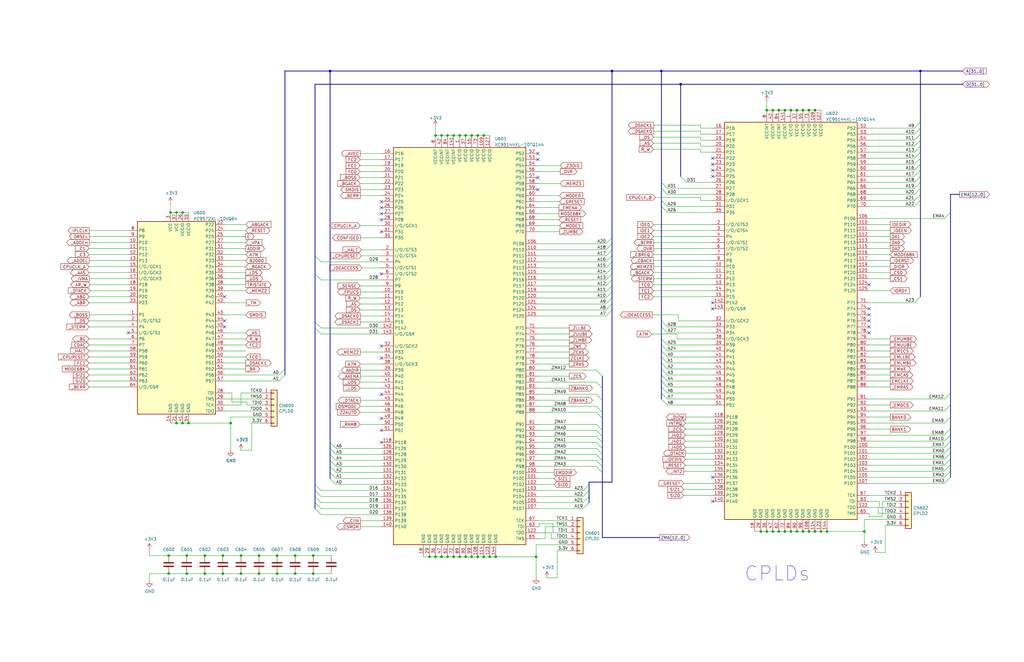
<source format=kicad_sch>
(kicad_sch (version 20211123) (generator eeschema)
  (paper "B")
  (title_block (title "Amiga N2630") (date "2023-01-23") (rev "3.0"))
  (junction (at 93.98 234.442))
  (junction (at 124.46 234.442))
  (junction (at 364.49 224.282))
  (junction (at 336.042 224.282))
  (junction (at 71.882 89.662))
  (junction (at 226.06 234.95))
  (junction (at 74.422 178.562))
  (junction (at 74.422 89.662))
  (junction (at 109.22 234.442))
  (junction (at 71.12 234.442))
  (junction (at 206.502 234.95))
  (junction (at 132.08 234.442))
  (junction (at 209.042 234.95))
  (junction (at 203.962 57.15))
  (junction (at 139.192 29.972))
  (junction (at 109.22 242.062))
  (junction (at 258.064 29.972))
  (junction (at 132.08 242.062))
  (junction (at 191.262 57.15))
  (junction (at 193.802 57.15))
  (junction (at 86.36 234.442))
  (junction (at 196.342 57.15))
  (junction (at 325.882 224.282))
  (junction (at 183.642 57.15))
  (junction (at 191.262 234.95))
  (junction (at 76.962 178.562))
  (junction (at 343.662 46.482))
  (junction (at 330.962 224.282))
  (junction (at 388.112 29.972))
  (junction (at 116.84 234.442))
  (junction (at 188.722 57.15))
  (junction (at 97.282 178.562))
  (junction (at 201.422 57.15))
  (junction (at 181.102 234.95))
  (junction (at 341.122 46.482))
  (junction (at 287.02 35.56))
  (junction (at 78.74 234.442))
  (junction (at 76.962 89.662))
  (junction (at 78.74 242.062))
  (junction (at 124.46 242.062))
  (junction (at 278.892 29.972))
  (junction (at 333.502 224.282))
  (junction (at 101.6 234.442))
  (junction (at 341.122 224.282))
  (junction (at 323.342 46.482))
  (junction (at 325.882 46.482))
  (junction (at 338.582 46.482))
  (junction (at 346.202 224.282))
  (junction (at 186.182 234.95))
  (junction (at 198.882 57.15))
  (junction (at 79.502 178.562))
  (junction (at 196.342 234.95))
  (junction (at 186.182 57.15))
  (junction (at 93.98 242.062))
  (junction (at 328.422 46.482))
  (junction (at 101.6 242.062))
  (junction (at 323.342 224.282))
  (junction (at 328.422 224.282))
  (junction (at 343.662 224.282))
  (junction (at 330.962 46.482))
  (junction (at 116.84 242.062))
  (junction (at 336.042 46.482))
  (junction (at 320.802 224.282))
  (junction (at 338.582 224.282))
  (junction (at 183.642 234.95))
  (junction (at 71.12 242.062))
  (junction (at 86.36 242.062))
  (junction (at 333.502 46.482))
  (junction (at 193.802 234.95))
  (junction (at 203.962 234.95))
  (junction (at 188.722 234.95))
  (junction (at 201.422 234.95))
  (junction (at 348.742 224.282))
  (junction (at 198.882 234.95))
  (no_connect (at 94.742 125.222))
  (no_connect (at 300.482 66.802))
  (no_connect (at 160.782 166.37))
  (no_connect (at 160.782 186.69))
  (no_connect (at 226.822 80.01))
  (no_connect (at 226.822 74.93))
  (no_connect (at 226.822 67.31))
  (no_connect (at 226.822 64.77))
  (no_connect (at 300.482 211.582))
  (no_connect (at 366.522 120.142))
  (no_connect (at 160.782 115.57))
  (no_connect (at 160.782 97.79))
  (no_connect (at 160.782 146.05))
  (no_connect (at 366.522 130.302))
  (no_connect (at 300.482 71.882))
  (no_connect (at 300.482 201.422))
  (no_connect (at 160.782 92.71))
  (no_connect (at 300.482 74.422))
  (no_connect (at 366.522 140.462))
  (no_connect (at 366.522 137.922))
  (no_connect (at 366.522 135.382))
  (no_connect (at 160.782 85.09))
  (no_connect (at 160.782 87.63))
  (no_connect (at 160.782 90.17))
  (no_connect (at 300.482 69.342))
  (no_connect (at 94.742 137.922))
  (no_connect (at 94.742 135.382))
  (no_connect (at 160.782 151.13))
  (no_connect (at 160.782 176.53))
  (no_connect (at 160.782 181.61))
  (no_connect (at 366.522 132.842))
  (no_connect (at 54.102 140.462))
  (no_connect (at 300.482 130.302))
  (no_connect (at 300.482 127.762))
  (bus_entry (at 281.432 137.922) (size -2.54 -2.54))
  (bus_entry (at 398.272 186.182) (size 2.54 -2.54))
  (bus_entry (at 398.018 183.642) (size 2.54 -2.54))
  (bus_entry (at 398.272 188.722) (size 2.54 -2.54))
  (bus_entry (at 398.272 173.482) (size 2.54 -2.54))
  (bus_entry (at 398.272 178.562) (size 2.54 -2.54))
  (bus_entry (at 255.524 107.95) (size 2.54 -2.54))
  (bus_entry (at 385.572 74.422) (size 2.54 -2.54))
  (bus_entry (at 385.572 61.722) (size 2.54 -2.54))
  (bus_entry (at 255.524 133.35) (size 2.54 -2.54))
  (bus_entry (at 385.572 54.102) (size 2.54 -2.54))
  (bus_entry (at 281.432 89.662) (size -2.54 -2.54))
  (bus_entry (at 281.432 79.502) (size -2.54 -2.54))
  (bus_entry (at 385.572 127.762) (size 2.54 -2.54))
  (bus_entry (at 385.572 79.502) (size 2.54 -2.54))
  (bus_entry (at 135.382 209.55) (size -2.54 -2.54))
  (bus_entry (at 281.432 165.862) (size -2.54 -2.54))
  (bus_entry (at 398.272 201.422) (size 2.54 -2.54))
  (bus_entry (at 398.272 193.802) (size 2.54 -2.54))
  (bus_entry (at 398.272 203.962) (size 2.54 -2.54))
  (bus_entry (at 398.272 92.202) (size 2.54 -2.54))
  (bus_entry (at 398.018 198.882) (size 2.54 -2.54))
  (bus_entry (at 398.272 196.342) (size 2.54 -2.54))
  (bus_entry (at 398.272 191.262) (size 2.54 -2.54))
  (bus_entry (at 251.46 156.21) (size 2.54 2.54))
  (bus_entry (at 135.382 207.01) (size -2.54 -2.54))
  (bus_entry (at 281.432 163.322) (size -2.54 -2.54))
  (bus_entry (at 281.432 150.622) (size -2.54 -2.54))
  (bus_entry (at 281.432 145.542) (size -2.54 -2.54))
  (bus_entry (at 141.732 204.47) (size -2.54 -2.54))
  (bus_entry (at 141.732 196.85) (size -2.54 -2.54))
  (bus_entry (at 141.732 194.31) (size -2.54 -2.54))
  (bus_entry (at 141.732 199.39) (size -2.54 -2.54))
  (bus_entry (at 141.732 201.93) (size -2.54 -2.54))
  (bus_entry (at 141.732 189.23) (size -2.54 -2.54))
  (bus_entry (at 141.732 191.77) (size -2.54 -2.54))
  (bus_entry (at 255.524 118.11) (size 2.54 -2.54))
  (bus_entry (at 255.524 128.27) (size 2.54 -2.54))
  (bus_entry (at 255.524 120.65) (size 2.54 -2.54))
  (bus_entry (at 255.524 123.19) (size 2.54 -2.54))
  (bus_entry (at 255.524 125.73) (size 2.54 -2.54))
  (bus_entry (at 255.524 130.81) (size 2.54 -2.54))
  (bus_entry (at 245.872 207.01) (size 2.54 -2.54))
  (bus_entry (at 245.872 214.63) (size 2.54 -2.54))
  (bus_entry (at 245.872 212.09) (size 2.54 -2.54))
  (bus_entry (at 255.524 115.57) (size 2.54 -2.54))
  (bus_entry (at 255.524 113.03) (size 2.54 -2.54))
  (bus_entry (at 245.872 209.55) (size 2.54 -2.54))
  (bus_entry (at 251.46 161.29) (size 2.54 2.54))
  (bus_entry (at 385.572 84.582) (size 2.54 -2.54))
  (bus_entry (at 385.572 69.342) (size 2.54 -2.54))
  (bus_entry (at 255.524 110.49) (size 2.54 -2.54))
  (bus_entry (at 385.572 82.042) (size 2.54 -2.54))
  (bus_entry (at 385.572 59.182) (size 2.54 -2.54))
  (bus_entry (at 281.432 170.942) (size -2.54 -2.54))
  (bus_entry (at 385.572 56.642) (size 2.54 -2.54))
  (bus_entry (at 281.432 155.702) (size -2.54 -2.54))
  (bus_entry (at 135.382 217.17) (size -2.54 -2.54))
  (bus_entry (at 281.432 168.402) (size -2.54 -2.54))
  (bus_entry (at 281.432 160.782) (size -2.54 -2.54))
  (bus_entry (at 117.602 158.242) (size 2.54 -2.54))
  (bus_entry (at 255.524 102.87) (size 2.54 -2.54))
  (bus_entry (at 385.572 71.882) (size 2.54 -2.54))
  (bus_entry (at 281.432 158.242) (size -2.54 -2.54))
  (bus_entry (at 398.272 168.402) (size 2.54 -2.54))
  (bus_entry (at 281.432 148.082) (size -2.54 -2.54))
  (bus_entry (at 385.572 64.262) (size 2.54 -2.54))
  (bus_entry (at 281.432 140.462) (size -2.54 -2.54))
  (bus_entry (at 385.572 87.122) (size 2.54 -2.54))
  (bus_entry (at 289.56 76.962) (size -2.54 -2.54))
  (bus_entry (at 385.572 66.802) (size 2.54 -2.54))
  (bus_entry (at 385.572 76.962) (size 2.54 -2.54))
  (bus_entry (at 255.524 105.41) (size 2.54 -2.54))
  (bus_entry (at 281.432 153.162) (size -2.54 -2.54))
  (bus_entry (at 135.382 212.09) (size -2.54 -2.54))
  (bus_entry (at 251.46 171.45) (size 2.54 2.54))
  (bus_entry (at 251.46 166.37) (size 2.54 2.54))
  (bus_entry (at 251.46 179.07) (size 2.54 2.54))
  (bus_entry (at 251.46 173.99) (size 2.54 2.54))
  (bus_entry (at 251.46 191.77) (size 2.54 2.54))
  (bus_entry (at 251.46 194.31) (size 2.54 2.54))
  (bus_entry (at 251.46 196.85) (size 2.54 2.54))
  (bus_entry (at 251.46 184.15) (size 2.54 2.54))
  (bus_entry (at 251.46 189.23) (size 2.54 2.54))
  (bus_entry (at 251.46 181.61) (size 2.54 2.54))
  (bus_entry (at 251.46 186.69) (size 2.54 2.54))
  (bus_entry (at 117.602 160.782) (size 2.54 -2.54))
  (bus_entry (at 281.432 87.122) (size -2.54 -2.54))
  (bus_entry (at 281.432 82.042) (size -2.54 -2.54))
  (bus_entry (at 135.382 110.49) (size -2.54 -2.54))
  (bus_entry (at 135.382 118.11) (size -2.54 -2.54))
  (bus_entry (at 135.382 140.97) (size -2.54 -2.54))
  (bus_entry (at 135.382 138.43) (size -2.54 -2.54))
  (bus_entry (at 135.382 214.63) (size -2.54 -2.54))
  (bus (pts (xy 278.892 79.502) (xy 278.892 84.582)))
  (wire (pts (xy 54.102 112.522) (xy 37.592 112.522)))
  (wire (pts (xy 366.522 173.482) (xy 398.272 173.482)))
  (wire (pts (xy 276.352 83.312) (xy 295.402 83.312)))
  (wire (pts (xy 183.642 234.95) (xy 186.182 234.95)))
  (wire (pts (xy 226.06 243.84) (xy 226.06 234.95)))
  (bus (pts (xy 254 163.83) (xy 254 168.91)))
  (wire (pts (xy 226.06 234.95) (xy 226.06 229.87)))
  (bus (pts (xy 258.064 120.65) (xy 258.064 118.11)))
  (bus (pts (xy 132.842 107.95) (xy 132.842 35.56)))
  (bus (pts (xy 258.064 115.57) (xy 258.064 113.03)))
  (bus (pts (xy 254 181.61) (xy 254 184.15)))
  (wire (pts (xy 203.962 234.95) (xy 206.502 234.95)))
  (wire (pts (xy 366.522 109.982) (xy 375.412 109.982)))
  (wire (pts (xy 288.29 203.962) (xy 300.482 203.962)))
  (wire (pts (xy 103.632 148.082) (xy 94.742 148.082)))
  (wire (pts (xy 181.102 234.95) (xy 183.642 234.95)))
  (wire (pts (xy 101.6 242.062) (xy 93.98 242.062)))
  (wire (pts (xy 239.522 222.25) (xy 229.87 222.25)))
  (bus (pts (xy 248.412 212.09) (xy 248.412 209.55)))
  (wire (pts (xy 300.482 165.862) (xy 281.432 165.862)))
  (wire (pts (xy 300.482 160.782) (xy 281.432 160.782)))
  (wire (pts (xy 54.102 109.982) (xy 37.592 109.982)))
  (wire (pts (xy 188.722 234.95) (xy 191.262 234.95)))
  (wire (pts (xy 151.892 222.25) (xy 160.782 222.25)))
  (wire (pts (xy 366.522 170.942) (xy 375.412 170.942)))
  (wire (pts (xy 372.11 217.932) (xy 366.522 217.932)))
  (wire (pts (xy 104.14 170.942) (xy 110.49 170.942)))
  (wire (pts (xy 135.382 214.63) (xy 160.782 214.63)))
  (wire (pts (xy 320.802 224.282) (xy 318.262 224.282)))
  (wire (pts (xy 286.004 135.382) (xy 286.004 132.842)))
  (wire (pts (xy 295.402 52.832) (xy 275.59 52.832)))
  (bus (pts (xy 139.192 194.31) (xy 139.192 196.85)))
  (wire (pts (xy 328.422 46.482) (xy 325.882 46.482)))
  (wire (pts (xy 385.572 71.882) (xy 366.522 71.882)))
  (bus (pts (xy 254 158.75) (xy 254 163.83)))
  (wire (pts (xy 281.432 150.622) (xy 300.482 150.622)))
  (wire (pts (xy 255.524 110.49) (xy 226.822 110.49)))
  (wire (pts (xy 245.872 214.63) (xy 226.822 214.63)))
  (wire (pts (xy 275.59 94.742) (xy 300.482 94.742)))
  (wire (pts (xy 364.49 224.282) (xy 364.49 219.202)))
  (wire (pts (xy 385.572 84.582) (xy 366.522 84.582)))
  (bus (pts (xy 132.842 212.09) (xy 132.842 214.63)))
  (wire (pts (xy 97.282 178.562) (xy 97.282 176.022)))
  (wire (pts (xy 54.102 122.682) (xy 38.1 122.682)))
  (wire (pts (xy 285.496 143.002) (xy 285.496 140.97)))
  (wire (pts (xy 295.402 60.452) (xy 295.402 61.722)))
  (bus (pts (xy 248.412 209.55) (xy 248.412 207.01)))
  (wire (pts (xy 71.882 85.852) (xy 71.882 89.662)))
  (wire (pts (xy 103.632 102.362) (xy 94.742 102.362)))
  (wire (pts (xy 135.382 207.01) (xy 160.782 207.01)))
  (wire (pts (xy 300.482 107.442) (xy 275.59 107.442)))
  (wire (pts (xy 226.822 97.79) (xy 235.966 97.79)))
  (wire (pts (xy 103.632 155.702) (xy 94.742 155.702)))
  (bus (pts (xy 132.842 138.684) (xy 132.842 204.47)))
  (wire (pts (xy 226.822 189.23) (xy 251.46 189.23)))
  (wire (pts (xy 191.262 57.15) (xy 188.722 57.15)))
  (wire (pts (xy 54.102 125.222) (xy 37.592 125.222)))
  (wire (pts (xy 289.052 193.802) (xy 300.482 193.802)))
  (wire (pts (xy 336.042 46.482) (xy 333.502 46.482)))
  (wire (pts (xy 300.482 209.042) (xy 288.29 209.042)))
  (wire (pts (xy 94.742 94.742) (xy 103.632 94.742)))
  (wire (pts (xy 385.572 127.762) (xy 366.522 127.762)))
  (wire (pts (xy 226.822 219.71) (xy 239.522 219.71)))
  (bus (pts (xy 258.064 102.87) (xy 258.064 100.33)))
  (wire (pts (xy 281.432 148.082) (xy 300.482 148.082)))
  (wire (pts (xy 226.822 92.71) (xy 235.712 92.71)))
  (wire (pts (xy 37.592 158.242) (xy 54.102 158.242)))
  (wire (pts (xy 281.432 89.662) (xy 300.482 89.662)))
  (wire (pts (xy 281.432 82.042) (xy 300.482 82.042)))
  (bus (pts (xy 254 191.77) (xy 254 194.31)))
  (bus (pts (xy 400.812 191.262) (xy 400.812 188.722)))
  (wire (pts (xy 226.822 194.31) (xy 251.46 194.31)))
  (wire (pts (xy 160.782 74.93) (xy 151.892 74.93)))
  (wire (pts (xy 103.632 122.682) (xy 94.742 122.682)))
  (wire (pts (xy 226.822 191.77) (xy 251.46 191.77)))
  (bus (pts (xy 258.064 118.11) (xy 258.064 115.57)))
  (bus (pts (xy 254 199.39) (xy 254 226.822)))
  (wire (pts (xy 300.482 186.182) (xy 289.052 186.182)))
  (wire (pts (xy 94.742 158.242) (xy 117.602 158.242)))
  (wire (pts (xy 300.482 112.522) (xy 275.59 112.522)))
  (wire (pts (xy 206.502 234.95) (xy 209.042 234.95)))
  (wire (pts (xy 366.522 176.022) (xy 375.412 176.022)))
  (wire (pts (xy 226.822 95.25) (xy 235.966 95.25)))
  (wire (pts (xy 196.342 234.95) (xy 198.882 234.95)))
  (wire (pts (xy 160.782 64.77) (xy 151.892 64.77)))
  (bus (pts (xy 388.112 64.262) (xy 388.112 66.802)))
  (bus (pts (xy 254 189.23) (xy 254 191.77)))
  (wire (pts (xy 160.782 77.47) (xy 151.892 77.47)))
  (wire (pts (xy 300.482 170.942) (xy 281.432 170.942)))
  (wire (pts (xy 141.732 196.85) (xy 160.782 196.85)))
  (wire (pts (xy 289.56 76.962) (xy 300.482 76.962)))
  (wire (pts (xy 94.742 109.982) (xy 103.632 109.982)))
  (wire (pts (xy 385.572 54.102) (xy 366.522 54.102)))
  (wire (pts (xy 160.782 173.99) (xy 151.892 173.99)))
  (wire (pts (xy 325.882 46.482) (xy 323.342 46.482)))
  (wire (pts (xy 196.342 57.15) (xy 193.802 57.15)))
  (wire (pts (xy 54.102 117.602) (xy 37.592 117.602)))
  (bus (pts (xy 400.812 176.022) (xy 400.812 170.942)))
  (bus (pts (xy 388.112 61.722) (xy 388.112 64.262)))
  (wire (pts (xy 366.522 145.542) (xy 375.412 145.542)))
  (wire (pts (xy 93.98 242.062) (xy 86.36 242.062)))
  (wire (pts (xy 300.482 183.642) (xy 289.052 183.642)))
  (wire (pts (xy 275.59 104.902) (xy 300.482 104.902)))
  (wire (pts (xy 103.632 150.622) (xy 94.742 150.622)))
  (wire (pts (xy 37.592 148.082) (xy 54.102 148.082)))
  (wire (pts (xy 226.822 199.39) (xy 233.68 199.39)))
  (wire (pts (xy 124.46 242.062) (xy 132.08 242.062)))
  (wire (pts (xy 341.122 224.282) (xy 338.582 224.282)))
  (wire (pts (xy 37.592 132.842) (xy 54.102 132.842)))
  (bus (pts (xy 400.812 89.662) (xy 400.812 82.042)))
  (wire (pts (xy 151.892 156.21) (xy 160.782 156.21)))
  (wire (pts (xy 151.892 123.19) (xy 160.782 123.19)))
  (wire (pts (xy 54.102 137.922) (xy 37.592 137.922)))
  (bus (pts (xy 254 194.31) (xy 254 196.85)))
  (wire (pts (xy 226.822 90.17) (xy 235.712 90.17)))
  (wire (pts (xy 37.592 104.902) (xy 54.102 104.902)))
  (wire (pts (xy 300.482 163.322) (xy 281.432 163.322)))
  (wire (pts (xy 281.432 87.122) (xy 300.482 87.122)))
  (bus (pts (xy 248.412 203.454) (xy 258.064 203.454)))
  (wire (pts (xy 209.042 234.95) (xy 226.06 234.95)))
  (bus (pts (xy 278.892 158.242) (xy 278.892 160.782)))
  (wire (pts (xy 135.382 217.17) (xy 160.782 217.17)))
  (wire (pts (xy 191.262 234.95) (xy 193.802 234.95)))
  (bus (pts (xy 258.064 113.03) (xy 258.064 110.49)))
  (wire (pts (xy 366.522 178.562) (xy 398.272 178.562)))
  (bus (pts (xy 278.892 153.162) (xy 278.892 155.702)))
  (wire (pts (xy 385.572 69.342) (xy 366.522 69.342)))
  (bus (pts (xy 120.142 29.972) (xy 139.192 29.972)))
  (wire (pts (xy 160.782 163.83) (xy 151.892 163.83)))
  (wire (pts (xy 375.412 122.682) (xy 366.522 122.682)))
  (bus (pts (xy 278.892 160.782) (xy 278.892 163.322)))
  (bus (pts (xy 254 176.53) (xy 254 181.61)))
  (bus (pts (xy 258.064 128.27) (xy 258.064 130.81)))
  (wire (pts (xy 151.892 125.73) (xy 160.782 125.73)))
  (wire (pts (xy 76.962 178.562) (xy 79.502 178.562)))
  (wire (pts (xy 151.892 158.75) (xy 160.782 158.75)))
  (wire (pts (xy 226.822 143.51) (xy 240.03 143.51)))
  (wire (pts (xy 234.95 243.84) (xy 230.632 243.84)))
  (wire (pts (xy 289.052 176.022) (xy 300.482 176.022)))
  (wire (pts (xy 103.632 140.462) (xy 94.742 140.462)))
  (wire (pts (xy 226.822 87.63) (xy 235.712 87.63)))
  (wire (pts (xy 255.524 102.87) (xy 226.822 102.87)))
  (wire (pts (xy 109.22 242.062) (xy 101.6 242.062)))
  (wire (pts (xy 141.732 191.77) (xy 160.782 191.77)))
  (wire (pts (xy 193.802 234.95) (xy 196.342 234.95)))
  (wire (pts (xy 79.502 178.562) (xy 97.282 178.562)))
  (wire (pts (xy 372.11 211.582) (xy 372.11 217.932)))
  (bus (pts (xy 388.112 66.802) (xy 388.112 69.342)))
  (bus (pts (xy 400.812 82.042) (xy 404.622 82.042)))
  (wire (pts (xy 366.522 163.322) (xy 375.412 163.322)))
  (wire (pts (xy 103.632 145.542) (xy 94.742 145.542)))
  (wire (pts (xy 300.482 117.602) (xy 275.59 117.602)))
  (wire (pts (xy 226.822 72.39) (xy 236.22 72.39)))
  (bus (pts (xy 278.892 145.542) (xy 278.892 148.082)))
  (bus (pts (xy 278.892 29.972) (xy 388.112 29.972)))
  (bus (pts (xy 278.892 165.862) (xy 278.892 168.402)))
  (bus (pts (xy 400.812 193.802) (xy 400.812 191.262)))
  (wire (pts (xy 135.382 138.43) (xy 160.782 138.43)))
  (wire (pts (xy 109.22 234.442) (xy 116.84 234.442)))
  (wire (pts (xy 151.892 120.65) (xy 160.782 120.65)))
  (wire (pts (xy 160.782 107.95) (xy 152.4 107.95)))
  (bus (pts (xy 258.064 130.81) (xy 258.064 203.454)))
  (wire (pts (xy 366.522 183.642) (xy 398.018 183.642)))
  (wire (pts (xy 141.732 189.23) (xy 160.782 189.23)))
  (wire (pts (xy 333.502 46.482) (xy 330.962 46.482)))
  (wire (pts (xy 226.822 153.67) (xy 240.03 153.67)))
  (wire (pts (xy 300.482 115.062) (xy 275.59 115.062)))
  (wire (pts (xy 160.782 95.25) (xy 151.892 95.25)))
  (wire (pts (xy 229.87 222.25) (xy 229.87 227.33)))
  (wire (pts (xy 233.172 220.98) (xy 227.33 220.98)))
  (bus (pts (xy 400.812 89.662) (xy 400.812 165.862)))
  (wire (pts (xy 116.84 242.062) (xy 124.46 242.062)))
  (wire (pts (xy 135.382 110.49) (xy 160.782 110.49)))
  (wire (pts (xy 54.102 107.442) (xy 37.592 107.442)))
  (wire (pts (xy 300.482 120.142) (xy 275.59 120.142)))
  (wire (pts (xy 86.36 234.442) (xy 78.74 234.442)))
  (bus (pts (xy 388.112 29.972) (xy 405.892 29.972)))
  (wire (pts (xy 226.822 77.47) (xy 236.22 77.47)))
  (wire (pts (xy 103.632 112.522) (xy 94.742 112.522)))
  (wire (pts (xy 97.282 189.992) (xy 97.282 178.562)))
  (wire (pts (xy 151.892 130.81) (xy 160.782 130.81)))
  (wire (pts (xy 232.41 227.33) (xy 239.522 227.33)))
  (wire (pts (xy 275.59 60.452) (xy 295.402 60.452)))
  (wire (pts (xy 338.582 224.282) (xy 336.042 224.282)))
  (wire (pts (xy 226.822 85.09) (xy 235.966 85.09)))
  (wire (pts (xy 101.6 165.862) (xy 101.6 170.942)))
  (wire (pts (xy 370.84 214.122) (xy 377.952 214.122)))
  (wire (pts (xy 97.79 165.862) (xy 97.79 169.672)))
  (wire (pts (xy 300.482 84.582) (xy 295.402 84.582)))
  (wire (pts (xy 226.822 82.55) (xy 235.966 82.55)))
  (wire (pts (xy 198.882 57.15) (xy 196.342 57.15)))
  (wire (pts (xy 226.822 179.07) (xy 251.46 179.07)))
  (wire (pts (xy 201.422 57.15) (xy 198.882 57.15)))
  (wire (pts (xy 109.22 242.062) (xy 116.84 242.062)))
  (wire (pts (xy 348.742 224.282) (xy 364.49 224.282)))
  (wire (pts (xy 275.59 99.822) (xy 300.482 99.822)))
  (wire (pts (xy 71.12 234.442) (xy 62.992 234.442)))
  (bus (pts (xy 139.192 191.77) (xy 139.192 194.31)))
  (wire (pts (xy 385.572 87.122) (xy 366.522 87.122)))
  (wire (pts (xy 198.882 234.95) (xy 201.422 234.95)))
  (wire (pts (xy 255.524 133.35) (xy 226.822 133.35)))
  (bus (pts (xy 400.812 188.722) (xy 400.812 186.182)))
  (bus (pts (xy 258.064 100.33) (xy 258.064 29.972)))
  (bus (pts (xy 388.112 56.642) (xy 388.112 59.182)))
  (wire (pts (xy 275.59 125.222) (xy 300.482 125.222)))
  (bus (pts (xy 139.192 186.69) (xy 139.192 189.23)))
  (wire (pts (xy 124.46 234.442) (xy 132.08 234.442)))
  (wire (pts (xy 141.732 199.39) (xy 160.782 199.39)))
  (wire (pts (xy 71.12 242.062) (xy 62.992 242.062)))
  (wire (pts (xy 370.332 214.122) (xy 370.332 216.662)))
  (wire (pts (xy 366.522 168.402) (xy 398.272 168.402)))
  (wire (pts (xy 203.962 57.15) (xy 201.422 57.15)))
  (wire (pts (xy 54.102 99.822) (xy 37.592 99.822)))
  (wire (pts (xy 233.172 224.79) (xy 233.172 220.98)))
  (bus (pts (xy 400.812 183.642) (xy 400.812 176.022)))
  (wire (pts (xy 366.522 112.522) (xy 375.412 112.522)))
  (wire (pts (xy 37.592 153.162) (xy 54.102 153.162)))
  (bus (pts (xy 278.892 163.322) (xy 278.892 165.862)))
  (wire (pts (xy 226.822 184.15) (xy 251.46 184.15)))
  (wire (pts (xy 366.522 203.962) (xy 398.272 203.962)))
  (wire (pts (xy 366.522 115.062) (xy 375.412 115.062)))
  (wire (pts (xy 385.572 64.262) (xy 366.522 64.262)))
  (wire (pts (xy 186.182 234.95) (xy 188.722 234.95)))
  (wire (pts (xy 323.342 224.282) (xy 320.802 224.282)))
  (wire (pts (xy 288.29 198.882) (xy 300.482 198.882)))
  (wire (pts (xy 226.822 140.97) (xy 240.03 140.97)))
  (wire (pts (xy 300.482 191.262) (xy 289.052 191.262)))
  (wire (pts (xy 377.952 221.742) (xy 373.38 221.742)))
  (bus (pts (xy 278.892 137.922) (xy 278.892 143.002)))
  (wire (pts (xy 366.522 143.002) (xy 375.412 143.002)))
  (wire (pts (xy 255.524 130.81) (xy 226.822 130.81)))
  (bus (pts (xy 258.064 107.95) (xy 258.064 105.41)))
  (wire (pts (xy 385.572 56.642) (xy 366.522 56.642)))
  (wire (pts (xy 323.342 42.672) (xy 323.342 46.482)))
  (wire (pts (xy 117.602 160.782) (xy 94.742 160.782)))
  (wire (pts (xy 132.08 234.442) (xy 139.7 234.442)))
  (wire (pts (xy 160.782 161.29) (xy 151.892 161.29)))
  (wire (pts (xy 300.482 56.642) (xy 295.402 56.642)))
  (bus (pts (xy 132.842 115.57) (xy 132.842 107.95)))
  (wire (pts (xy 226.822 204.47) (xy 233.68 204.47)))
  (wire (pts (xy 151.892 153.67) (xy 160.782 153.67)))
  (wire (pts (xy 54.102 127.762) (xy 37.592 127.762)))
  (bus (pts (xy 388.112 82.042) (xy 388.112 84.582)))
  (wire (pts (xy 289.052 196.342) (xy 300.482 196.342)))
  (wire (pts (xy 295.402 55.372) (xy 275.59 55.372)))
  (wire (pts (xy 97.79 169.672) (xy 104.14 169.672)))
  (wire (pts (xy 275.59 97.282) (xy 300.482 97.282)))
  (bus (pts (xy 400.812 186.182) (xy 400.812 183.642)))
  (wire (pts (xy 132.08 242.062) (xy 139.7 242.062)))
  (wire (pts (xy 295.402 64.262) (xy 295.402 62.992)))
  (bus (pts (xy 400.812 201.422) (xy 400.812 198.882)))
  (wire (pts (xy 366.522 117.602) (xy 375.412 117.602)))
  (wire (pts (xy 289.052 181.102) (xy 300.482 181.102)))
  (wire (pts (xy 366.522 211.582) (xy 370.84 211.582)))
  (wire (pts (xy 226.822 151.13) (xy 240.03 151.13)))
  (wire (pts (xy 54.102 120.142) (xy 38.1 120.142)))
  (wire (pts (xy 370.332 216.662) (xy 377.952 216.662)))
  (wire (pts (xy 226.822 158.75) (xy 240.03 158.75)))
  (wire (pts (xy 364.49 219.202) (xy 377.952 219.202)))
  (wire (pts (xy 255.524 105.41) (xy 226.822 105.41)))
  (wire (pts (xy 295.402 56.642) (xy 295.402 55.372)))
  (bus (pts (xy 258.064 29.972) (xy 278.892 29.972)))
  (wire (pts (xy 93.98 234.442) (xy 86.36 234.442)))
  (wire (pts (xy 281.432 153.162) (xy 300.482 153.162)))
  (wire (pts (xy 373.38 233.172) (xy 369.062 233.172)))
  (bus (pts (xy 132.842 135.89) (xy 132.842 115.57)))
  (wire (pts (xy 275.59 102.362) (xy 300.482 102.362)))
  (wire (pts (xy 227.33 222.25) (xy 226.822 222.25)))
  (wire (pts (xy 275.59 62.992) (xy 295.402 62.992)))
  (wire (pts (xy 151.892 67.31) (xy 160.782 67.31)))
  (bus (pts (xy 254 184.15) (xy 254 186.69)))
  (wire (pts (xy 366.522 198.882) (xy 398.018 198.882)))
  (wire (pts (xy 366.522 104.902) (xy 375.412 104.902)))
  (wire (pts (xy 160.782 80.01) (xy 151.892 80.01)))
  (wire (pts (xy 255.524 113.03) (xy 226.822 113.03)))
  (wire (pts (xy 366.522 150.622) (xy 375.412 150.622)))
  (bus (pts (xy 287.02 35.56) (xy 405.892 35.56)))
  (wire (pts (xy 288.29 206.502) (xy 300.482 206.502)))
  (wire (pts (xy 160.782 171.45) (xy 151.892 171.45)))
  (wire (pts (xy 151.892 128.27) (xy 160.782 128.27)))
  (wire (pts (xy 206.502 57.15) (xy 203.962 57.15)))
  (wire (pts (xy 160.782 179.07) (xy 151.892 179.07)))
  (wire (pts (xy 286.004 132.842) (xy 275.082 132.842)))
  (wire (pts (xy 255.524 115.57) (xy 226.822 115.57)))
  (wire (pts (xy 160.782 168.91) (xy 151.892 168.91)))
  (wire (pts (xy 37.592 150.622) (xy 54.102 150.622)))
  (wire (pts (xy 385.572 79.502) (xy 366.522 79.502)))
  (wire (pts (xy 37.592 160.782) (xy 54.102 160.782)))
  (wire (pts (xy 328.422 224.282) (xy 325.882 224.282)))
  (wire (pts (xy 366.522 153.162) (xy 375.412 153.162)))
  (wire (pts (xy 245.872 212.09) (xy 226.822 212.09)))
  (wire (pts (xy 54.102 135.382) (xy 37.592 135.382)))
  (wire (pts (xy 275.59 57.912) (xy 295.402 57.912)))
  (wire (pts (xy 160.782 72.39) (xy 151.892 72.39)))
  (wire (pts (xy 226.822 171.45) (xy 251.46 171.45)))
  (wire (pts (xy 37.592 145.542) (xy 54.102 145.542)))
  (wire (pts (xy 226.822 146.05) (xy 240.03 146.05)))
  (bus (pts (xy 400.812 170.942) (xy 400.812 165.862)))
  (bus (pts (xy 139.192 199.39) (xy 139.192 201.93)))
  (wire (pts (xy 364.49 228.6) (xy 364.49 224.282)))
  (wire (pts (xy 103.632 143.002) (xy 94.742 143.002)))
  (wire (pts (xy 377.952 211.582) (xy 372.11 211.582)))
  (bus (pts (xy 278.892 148.082) (xy 278.892 150.622)))
  (wire (pts (xy 94.742 97.282) (xy 103.632 97.282)))
  (bus (pts (xy 388.112 79.502) (xy 388.112 82.042)))
  (bus (pts (xy 120.142 158.242) (xy 120.142 155.702)))
  (bus (pts (xy 388.112 54.102) (xy 388.112 56.642)))
  (wire (pts (xy 226.822 181.61) (xy 251.46 181.61)))
  (wire (pts (xy 110.49 168.402) (xy 94.742 168.402)))
  (bus (pts (xy 132.842 35.56) (xy 287.02 35.56)))
  (wire (pts (xy 366.522 214.122) (xy 370.332 214.122)))
  (bus (pts (xy 254 226.822) (xy 278.13 226.822)))
  (bus (pts (xy 258.064 105.41) (xy 258.064 102.87)))
  (bus (pts (xy 120.142 155.702) (xy 120.142 29.972)))
  (wire (pts (xy 110.49 173.482) (xy 94.742 173.482)))
  (wire (pts (xy 160.782 204.47) (xy 141.732 204.47)))
  (wire (pts (xy 295.402 54.102) (xy 295.402 52.832)))
  (bus (pts (xy 139.192 196.85) (xy 139.192 199.39)))
  (bus (pts (xy 388.112 74.422) (xy 388.112 76.962)))
  (bus (pts (xy 388.112 69.342) (xy 388.112 71.882)))
  (wire (pts (xy 366.522 158.242) (xy 375.412 158.242)))
  (wire (pts (xy 109.22 234.442) (xy 101.6 234.442)))
  (wire (pts (xy 330.962 224.282) (xy 328.422 224.282)))
  (wire (pts (xy 274.828 140.97) (xy 285.496 140.97)))
  (bus (pts (xy 388.112 51.562) (xy 388.112 54.102)))
  (wire (pts (xy 385.572 76.962) (xy 366.522 76.962)))
  (wire (pts (xy 37.592 155.702) (xy 54.102 155.702)))
  (wire (pts (xy 79.502 89.662) (xy 76.962 89.662)))
  (bus (pts (xy 132.842 138.43) (xy 132.842 135.89)))
  (wire (pts (xy 366.522 193.802) (xy 398.272 193.802)))
  (bus (pts (xy 258.064 123.19) (xy 258.064 120.65)))
  (wire (pts (xy 346.202 46.482) (xy 343.662 46.482)))
  (wire (pts (xy 152.654 113.03) (xy 160.782 113.03)))
  (wire (pts (xy 74.422 178.562) (xy 76.962 178.562)))
  (wire (pts (xy 86.36 242.062) (xy 78.74 242.062)))
  (wire (pts (xy 106.172 189.992) (xy 101.6 189.992)))
  (bus (pts (xy 278.892 84.582) (xy 278.892 87.122)))
  (bus (pts (xy 278.892 155.702) (xy 278.892 158.242)))
  (bus (pts (xy 248.412 207.01) (xy 248.412 204.47)))
  (wire (pts (xy 226.822 156.21) (xy 251.46 156.21)))
  (wire (pts (xy 385.572 74.422) (xy 366.522 74.422)))
  (wire (pts (xy 74.422 89.662) (xy 71.882 89.662)))
  (wire (pts (xy 106.172 178.562) (xy 106.172 189.992)))
  (wire (pts (xy 135.382 209.55) (xy 160.782 209.55)))
  (bus (pts (xy 278.892 135.382) (xy 278.892 137.922)))
  (wire (pts (xy 101.6 170.942) (xy 94.742 170.942)))
  (wire (pts (xy 239.522 224.79) (xy 233.172 224.79)))
  (wire (pts (xy 300.482 158.242) (xy 281.432 158.242)))
  (wire (pts (xy 141.732 194.31) (xy 160.782 194.31)))
  (wire (pts (xy 78.74 234.442) (xy 71.12 234.442)))
  (wire (pts (xy 183.642 53.34) (xy 183.642 57.15)))
  (wire (pts (xy 375.412 99.822) (xy 366.522 99.822)))
  (bus (pts (xy 278.892 76.962) (xy 278.892 79.502)))
  (bus (pts (xy 388.112 71.882) (xy 388.112 74.422)))
  (wire (pts (xy 103.632 120.142) (xy 94.742 120.142)))
  (wire (pts (xy 232.41 224.79) (xy 232.41 227.33)))
  (wire (pts (xy 366.522 209.042) (xy 377.952 209.042)))
  (wire (pts (xy 135.382 140.97) (xy 160.782 140.97)))
  (wire (pts (xy 94.742 132.842) (xy 103.632 132.842)))
  (wire (pts (xy 366.522 107.442) (xy 375.412 107.442)))
  (wire (pts (xy 141.732 201.93) (xy 160.782 201.93)))
  (wire (pts (xy 152.4 105.41) (xy 160.782 105.41)))
  (wire (pts (xy 78.74 242.062) (xy 71.12 242.062)))
  (wire (pts (xy 300.482 143.002) (xy 285.496 143.002)))
  (wire (pts (xy 193.802 57.15) (xy 191.262 57.15)))
  (wire (pts (xy 300.482 135.382) (xy 286.004 135.382)))
  (bus (pts (xy 388.112 76.962) (xy 388.112 79.502)))
  (wire (pts (xy 366.522 97.282) (xy 375.412 97.282)))
  (bus (pts (xy 132.842 207.01) (xy 132.842 209.55)))
  (wire (pts (xy 300.482 64.262) (xy 295.402 64.262)))
  (wire (pts (xy 300.482 54.102) (xy 295.402 54.102)))
  (wire (pts (xy 295.402 57.912) (xy 295.402 59.182)))
  (wire (pts (xy 300.482 109.982) (xy 275.59 109.982)))
  (wire (pts (xy 227.33 220.98) (xy 227.33 222.25)))
  (wire (pts (xy 151.892 69.85) (xy 160.782 69.85)))
  (wire (pts (xy 151.892 133.35) (xy 160.782 133.35)))
  (wire (pts (xy 370.84 211.582) (xy 370.84 214.122)))
  (wire (pts (xy 281.432 137.922) (xy 300.482 137.922)))
  (bus (pts (xy 254 168.91) (xy 254 173.99)))
  (wire (pts (xy 325.882 224.282) (xy 323.342 224.282)))
  (bus (pts (xy 278.892 29.972) (xy 278.892 76.962)))
  (wire (pts (xy 343.662 46.482) (xy 341.122 46.482)))
  (wire (pts (xy 385.572 61.722) (xy 366.522 61.722)))
  (wire (pts (xy 366.522 181.102) (xy 375.412 181.102)))
  (bus (pts (xy 258.064 128.27) (xy 258.064 125.73)))
  (wire (pts (xy 330.962 46.482) (xy 328.422 46.482)))
  (bus (pts (xy 388.112 59.182) (xy 388.112 61.722)))
  (wire (pts (xy 338.582 46.482) (xy 336.042 46.482)))
  (wire (pts (xy 226.06 229.87) (xy 239.522 229.87)))
  (wire (pts (xy 54.102 115.062) (xy 37.592 115.062)))
  (wire (pts (xy 300.482 188.722) (xy 289.052 188.722)))
  (wire (pts (xy 289.052 178.562) (xy 300.482 178.562)))
  (wire (pts (xy 62.992 234.442) (xy 62.992 231.902)))
  (wire (pts (xy 97.282 176.022) (xy 110.49 176.022)))
  (bus (pts (xy 132.842 204.47) (xy 132.842 207.01)))
  (wire (pts (xy 186.182 57.15) (xy 183.642 57.15)))
  (bus (pts (xy 254 173.99) (xy 254 176.53)))
  (wire (pts (xy 245.872 207.01) (xy 226.822 207.01)))
  (wire (pts (xy 54.102 102.362) (xy 37.592 102.362)))
  (wire (pts (xy 226.822 224.79) (xy 232.41 224.79)))
  (wire (pts (xy 239.522 232.41) (xy 234.95 232.41)))
  (wire (pts (xy 103.632 153.162) (xy 94.742 153.162)))
  (wire (pts (xy 366.522 196.342) (xy 398.272 196.342)))
  (wire (pts (xy 348.742 224.282) (xy 346.202 224.282)))
  (wire (pts (xy 226.822 186.69) (xy 251.46 186.69)))
  (wire (pts (xy 226.822 196.85) (xy 251.46 196.85)))
  (bus (pts (xy 258.064 125.73) (xy 258.064 123.19)))
  (bus (pts (xy 278.892 150.622) (xy 278.892 153.162)))
  (wire (pts (xy 236.22 69.85) (xy 226.822 69.85)))
  (wire (pts (xy 234.95 232.41) (xy 234.95 243.84)))
  (wire (pts (xy 366.522 217.932) (xy 366.522 216.662)))
  (wire (pts (xy 333.502 224.282) (xy 330.962 224.282)))
  (wire (pts (xy 101.6 234.442) (xy 93.98 234.442)))
  (wire (pts (xy 103.632 117.602) (xy 94.742 117.602)))
  (bus (pts (xy 139.192 189.23) (xy 139.192 191.77)))
  (wire (pts (xy 366.522 148.082) (xy 375.412 148.082)))
  (wire (pts (xy 373.38 221.742) (xy 373.38 233.172)))
  (bus (pts (xy 254 186.69) (xy 254 189.23)))
  (wire (pts (xy 94.742 99.822) (xy 103.632 99.822)))
  (wire (pts (xy 341.122 46.482) (xy 338.582 46.482)))
  (wire (pts (xy 160.782 82.55) (xy 151.892 82.55)))
  (wire (pts (xy 226.822 163.83) (xy 240.03 163.83)))
  (bus (pts (xy 287.02 35.56) (xy 287.02 74.422)))
  (wire (pts (xy 104.14 169.672) (xy 104.14 170.942)))
  (wire (pts (xy 295.402 84.582) (xy 295.402 83.312)))
  (wire (pts (xy 255.524 123.19) (xy 226.822 123.19)))
  (wire (pts (xy 300.482 168.402) (xy 281.432 168.402)))
  (wire (pts (xy 281.432 79.502) (xy 300.482 79.502)))
  (wire (pts (xy 54.102 97.282) (xy 37.592 97.282)))
  (bus (pts (xy 278.892 143.002) (xy 278.892 145.542)))
  (wire (pts (xy 343.662 224.282) (xy 341.122 224.282)))
  (wire (pts (xy 366.522 160.782) (xy 375.412 160.782)))
  (wire (pts (xy 94.742 127.762) (xy 103.886 127.762)))
  (bus (pts (xy 139.192 29.972) (xy 258.064 29.972)))
  (wire (pts (xy 366.522 102.362) (xy 375.412 102.362)))
  (wire (pts (xy 226.822 107.95) (xy 255.524 107.95)))
  (wire (pts (xy 245.872 209.55) (xy 226.822 209.55)))
  (wire (pts (xy 94.742 104.902) (xy 103.632 104.902)))
  (bus (pts (xy 388.112 84.582) (xy 388.112 125.222)))
  (wire (pts (xy 226.822 201.93) (xy 233.68 201.93)))
  (wire (pts (xy 37.592 163.322) (xy 54.102 163.322)))
  (wire (pts (xy 76.962 89.662) (xy 74.422 89.662)))
  (wire (pts (xy 281.432 155.702) (xy 300.482 155.702)))
  (bus (pts (xy 139.192 29.972) (xy 139.192 186.69)))
  (wire (pts (xy 385.572 82.042) (xy 366.522 82.042)))
  (wire (pts (xy 229.87 227.33) (xy 226.822 227.33)))
  (wire (pts (xy 226.822 173.99) (xy 251.46 173.99)))
  (wire (pts (xy 116.84 234.442) (xy 124.46 234.442)))
  (wire (pts (xy 275.59 122.682) (xy 300.482 122.682)))
  (wire (pts (xy 255.524 118.11) (xy 226.822 118.11)))
  (wire (pts (xy 226.822 161.29) (xy 251.46 161.29)))
  (wire (pts (xy 110.49 165.862) (xy 101.6 165.862)))
  (wire (pts (xy 255.524 120.65) (xy 226.822 120.65)))
  (wire (pts (xy 366.522 201.422) (xy 398.272 201.422)))
  (bus (pts (xy 388.112 29.972) (xy 388.112 51.562)))
  (wire (pts (xy 336.042 224.282) (xy 333.502 224.282)))
  (wire (pts (xy 295.402 61.722) (xy 300.482 61.722)))
  (wire (pts (xy 94.742 107.442) (xy 103.632 107.442)))
  (wire (pts (xy 160.782 148.59) (xy 151.892 148.59)))
  (wire (pts (xy 94.742 165.862) (xy 97.79 165.862)))
  (wire (pts (xy 295.402 59.182) (xy 300.482 59.182)))
  (wire (pts (xy 385.572 66.802) (xy 366.522 66.802)))
  (wire (pts (xy 226.822 166.37) (xy 251.46 166.37)))
  (wire (pts (xy 160.782 219.71) (xy 151.892 219.71)))
  (wire (pts (xy 366.522 155.702) (xy 375.412 155.702)))
  (wire (pts (xy 188.722 57.15) (xy 186.182 57.15)))
  (wire (pts (xy 366.522 186.182) (xy 398.272 186.182)))
  (bus (pts (xy 254 196.85) (xy 254 199.39)))
  (bus (pts (xy 400.812 198.882) (xy 400.812 193.802)))
  (wire (pts (xy 160.782 135.89) (xy 151.892 135.89)))
  (wire (pts (xy 160.782 100.33) (xy 151.892 100.33)))
  (wire (pts (xy 281.432 145.542) (xy 300.482 145.542)))
  (wire (pts (xy 240.03 148.59) (xy 226.822 148.59)))
  (wire (pts (xy 201.422 234.95) (xy 203.962 234.95)))
  (wire (pts (xy 178.562 234.95) (xy 181.102 234.95)))
  (wire (pts (xy 255.524 128.27) (xy 226.822 128.27)))
  (wire (pts (xy 226.822 168.91) (xy 240.03 168.91)))
  (wire (pts (xy 255.524 125.73) (xy 226.822 125.73)))
  (bus (pts (xy 278.892 87.122) (xy 278.892 135.382)))
  (wire (pts (xy 71.882 178.562) (xy 74.422 178.562)))
  (wire (pts (xy 62.992 242.062) (xy 62.992 245.11)))
  (wire (pts (xy 226.822 138.43) (xy 240.03 138.43)))
  (wire (pts (xy 366.522 188.722) (xy 398.272 188.722)))
  (wire (pts (xy 385.572 59.182) (xy 366.522 59.182)))
  (wire (pts (xy 366.522 92.202) (xy 398.272 92.202)))
  (bus (pts (xy 258.064 110.49) (xy 258.064 107.95)))
  (bus (pts (xy 248.412 204.47) (xy 248.412 203.454)))
  (wire (pts (xy 281.432 140.462) (xy 300.482 140.462)))
  (wire (pts (xy 54.102 143.002) (xy 37.592 143.002)))
  (wire (pts (xy 135.382 118.11) (xy 160.782 118.11)))
  (wire (pts (xy 103.632 115.062) (xy 94.742 115.062)))
  (wire (pts (xy 110.49 178.562) (xy 106.172 178.562)))
  (wire (pts (xy 375.412 94.742) (xy 366.522 94.742)))
  (wire (pts (xy 346.202 224.282) (xy 343.662 224.282)))
  (bus (pts (xy 132.842 209.55) (xy 132.842 212.09)))
  (wire (pts (xy 366.522 191.262) (xy 398.272 191.262)))
  (wire (pts (xy 135.382 212.09) (xy 160.782 212.09)))
  (text "CPLDs" (at 341.63 245.745 180) (effects (font (size 5.9944 5.9944)) (justify right bottom)))
  (label "TDO1" (at 239.522 227.33 180))
  (label "D19" (at 159.512 214.63 180))
  (label "TMS1" (at 239.522 222.25 180))
  (label "A1" (at 281.432 153.162 0))
  (label "ZMA1" (at 238.76 186.69 180))
  (label "A20" (at 385.572 82.042 180))
  (label "A0" (at 141.732 204.47 0))
  (label "A7" (at 255.524 133.35 180))
  (label "ZMA2" (at 238.76 191.77 180))
  (label "ZMA10" (at 238.76 173.99 180))
  (label "A13" (at 255.524 118.11 180))
  (label "A26" (at 281.432 89.662 0))
  (label "3.3V" (at 239.522 232.41 180))
  (label "ZMA8" (at 238.76 171.45 180))
  (label "A12" (at 385.572 61.722 180))
  (label "ZMA6" (at 238.76 184.15 180))
  (label "A5" (at 141.732 191.77 0))
  (label "D20" (at 159.512 217.17 180))
  (label "A2" (at 281.432 155.702 0))
  (label "GND" (at 377.952 219.202 180))
  (label "A23" (at 385.572 127.762 180))
  (label "A12" (at 255.524 120.65 180))
  (label "ZMA11" (at 238.76 161.29 180))
  (label "A2" (at 141.732 199.39 0))
  (label "A14" (at 385.572 66.802 180))
  (label "A18" (at 385.572 76.962 180))
  (label "A30" (at 281.432 82.042 0))
  (label "ZMA7" (at 238.76 179.07 180))
  (label "D30" (at 159.512 138.43 180))
  (label "A15" (at 255.524 113.03 180))
  (label "A23" (at 245.872 207.01 180))
  (label "A19" (at 385.572 79.502 180))
  (label "A21" (at 385.572 84.582 180))
  (label "A1" (at 117.602 160.782 180))
  (label "ZMA0" (at 238.76 181.61 180))
  (label "TDI0" (at 110.49 170.942 180))
  (label "ZMA12" (at 238.76 156.21 180))
  (label "TDO0" (at 110.49 173.482 180))
  (label "A10" (at 385.572 56.642 180))
  (label "A11" (at 255.524 123.19 180))
  (label "ZMA9" (at 238.76 166.37 180))
  (label "ZMA3" (at 238.76 196.85 180))
  (label "A9" (at 385.572 54.102 180))
  (label "EMA2" (at 398.272 201.422 180))
  (label "TMS2" (at 377.952 211.582 180))
  (label "A6" (at 281.432 165.862 0))
  (label "A6" (at 141.732 189.23 0))
  (label "A19" (at 245.872 214.63 180))
  (label "D16" (at 159.512 207.01 180))
  (label "TCK2" (at 377.952 209.042 180))
  (label "A27" (at 281.432 140.462 0))
  (label "TDI2" (at 377.952 214.122 180))
  (label "A8" (at 255.524 130.81 180))
  (label "A25" (at 281.432 145.542 0))
  (label "D28" (at 159.512 118.11 180))
  (label "EMA5" (at 398.018 198.882 180))
  (label "EMA4" (at 398.272 92.202 180))
  (label "A20" (at 255.524 102.87 180))
  (label "EMA9" (at 398.018 178.562 180))
  (label "A16" (at 255.524 110.49 180))
  (label "A18" (at 255.524 105.41 180))
  (label "A17" (at 385.572 74.422 180))
  (label "EMA12" (at 398.018 168.402 180))
  (label "A24" (at 281.432 148.082 0))
  (label "A4" (at 281.432 160.782 0))
  (label "EMA8" (at 398.018 183.642 180))
  (label "D18" (at 159.512 212.09 180))
  (label "A0" (at 281.432 150.622 0))
  (label "A7" (at 281.432 168.402 0))
  (label "EMA6" (at 398.272 193.802 180))
  (label "A15" (at 385.572 69.342 180))
  (label "EMA10" (at 398.018 186.182 180))
  (label "A9" (at 255.524 128.27 180))
  (label "ZMA4" (at 238.76 194.31 180))
  (label "EMA3" (at 398.272 203.962 180))
  (label "EMA11" (at 398.018 173.482 180))
  (label "A3" (at 141.732 196.85 0))
  (label "TCK0" (at 110.49 165.862 180))
  (label "A22" (at 385.572 87.122 180))
  (label "ZMA5" (at 238.76 189.23 180))
  (label "A10" (at 255.524 125.73 180))
  (label "A22" (at 245.872 209.55 180))
  (label "A8" (at 281.432 170.942 0))
  (label "A31" (at 281.432 79.502 0))
  (label "3.3V" (at 377.952 221.742 180))
  (label "EMA0" (at 398.272 191.262 180))
  (label "D31" (at 159.512 140.97 180))
  (label "EMA1" (at 398.272 196.342 180))
  (label "A16" (at 385.572 71.882 180))
  (label "A13" (at 385.572 64.262 180))
  (label "A21" (at 245.872 212.09 180))
  (label "A0" (at 117.602 158.242 180))
  (label "A1" (at 141.732 201.93 0))
  (label "A17" (at 255.524 107.95 180))
  (label "EMA7" (at 398.272 188.722 180))
  (label "TDI1" (at 239.522 224.79 180))
  (label "A29" (at 281.432 87.122 0))
  (label "TMS0" (at 110.49 168.402 180))
  (label "D29" (at 159.512 110.49 180))
  (label "A11" (at 385.572 59.182 180))
  (label "A5" (at 281.432 163.322 0))
  (label "D31" (at 289.56 76.962 0))
  (label "TDO2" (at 377.952 216.662 180))
  (label "TCK1" (at 239.522 219.71 180))
  (label "A28" (at 281.432 137.922 0))
  (label "A4" (at 141.732 194.31 0))
  (label "A3" (at 281.432 158.242 0))
  (label "3.3V" (at 110.49 178.562 180))
  (label "GND" (at 239.522 229.87 180))
  (label "A14" (at 255.524 115.57 180))
  (label "GND" (at 110.49 176.022 180))
  (label "D17" (at 159.512 209.55 180))
  (global_label "SIZ0" (shape input) (at 37.592 160.782 180) (property "Intersheet References" "${INTERSHEET_REFS}" (effects hide)))
  (global_label "_BERR" (shape output) (at 151.892 82.55 180) (property "Intersheet References" "${INTERSHEET_REFS}" (effects hide)))
  (global_label "MODE68K" (shape input) (at 375.412 107.442 0) (property "Intersheet References" "${INTERSHEET_REFS}" (effects hide)))
  (global_label "_CS0" (shape output) (at 375.412 115.062 0) (property "Intersheet References" "${INTERSHEET_REFS}" (effects hide)))
  (global_label "OSMODE" (shape input) (at 151.892 171.45 180) (property "Intersheet References" "${INTERSHEET_REFS}" (effects hide)))
  (global_label "_UDS" (shape output) (at 103.632 117.602 0) (property "Intersheet References" "${INTERSHEET_REFS}" (effects hide)))
  (global_label "_ZCAS" (shape output) (at 240.03 148.59 0) (property "Intersheet References" "${INTERSHEET_REFS}" (effects hide)))
  (global_label "_AAS" (shape bidirectional) (at 37.592 115.062 180) (property "Intersheet References" "${INTERSHEET_REFS}" (effects hide)))
  (global_label "Z2AUTO" (shape input) (at 151.892 173.99 180) (property "Intersheet References" "${INTERSHEET_REFS}" (effects hide)))
  (global_label "_DSACK0" (shape output) (at 151.892 133.35 180) (property "Intersheet References" "${INTERSHEET_REFS}" (effects hide)))
  (global_label "_ADOEL" (shape output) (at 37.592 109.982 180) (property "Intersheet References" "${INTERSHEET_REFS}" (effects hide)))
  (global_label "J402" (shape input) (at 289.052 183.642 180) (property "Intersheet References" "${INTERSHEET_REFS}" (effects hide)))
  (global_label "B2000" (shape input) (at 103.632 109.982 0) (property "Intersheet References" "${INTERSHEET_REFS}" (effects hide)))
  (global_label "E" (shape output) (at 103.632 99.822 0) (property "Intersheet References" "${INTERSHEET_REFS}" (effects hide)))
  (global_label "BANK0" (shape output) (at 375.412 176.022 0) (property "Intersheet References" "${INTERSHEET_REFS}" (effects hide)))
  (global_label "_ZUMBE" (shape output) (at 235.966 97.79 0) (property "Intersheet References" "${INTERSHEET_REFS}" (effects hide)))
  (global_label "_ADOEH" (shape output) (at 37.592 102.362 180) (property "Intersheet References" "${INTERSHEET_REFS}" (effects hide)))
  (global_label "_BERR" (shape output) (at 275.59 102.362 180) (property "Intersheet References" "${INTERSHEET_REFS}" (effects hide)))
  (global_label "_BGACK" (shape input) (at 151.892 77.47 180) (property "Intersheet References" "${INTERSHEET_REFS}" (effects hide)))
  (global_label "ZMA[12..0]" (shape output) (at 278.13 226.822 0) (property "Intersheet References" "${INTERSHEET_REFS}" (effects hide)))
  (global_label "FC0" (shape input) (at 103.632 150.622 0) (property "Intersheet References" "${INTERSHEET_REFS}" (effects hide)))
  (global_label "AADIR" (shape output) (at 151.892 156.21 180) (effects (font (size 1.2954 1.2954))) (property "Intersheet References" "${INTERSHEET_REFS}" (effects hide)))
  (global_label "_DSACK1" (shape output) (at 275.59 52.832 180) (property "Intersheet References" "${INTERSHEET_REFS}" (effects hide)))
  (global_label "ZBANK1" (shape output) (at 240.03 168.91 0) (property "Intersheet References" "${INTERSHEET_REFS}" (effects hide)))
  (global_label "DA0" (shape output) (at 375.412 102.362 0) (property "Intersheet References" "${INTERSHEET_REFS}" (effects hide)))
  (global_label "FC1" (shape input) (at 275.59 122.682 180) (property "Intersheet References" "${INTERSHEET_REFS}" (effects hide)))
  (global_label "SIZ1" (shape input) (at 233.68 201.93 0) (property "Intersheet References" "${INTERSHEET_REFS}" (effects hide)))
  (global_label "IORDY" (shape input) (at 375.412 122.682 0) (property "Intersheet References" "${INTERSHEET_REFS}" (effects hide)))
  (global_label "INTRQ" (shape input) (at 289.052 178.562 180) (property "Intersheet References" "${INTERSHEET_REFS}" (effects hide)))
  (global_label "IDE2" (shape input) (at 275.59 99.822 180) (property "Intersheet References" "${INTERSHEET_REFS}" (effects hide)))
  (global_label "_ABR" (shape bidirectional) (at 37.592 127.762 180) (property "Intersheet References" "${INTERSHEET_REFS}" (effects hide)))
  (global_label "_BGACK" (shape bidirectional) (at 103.632 112.522 0) (property "Intersheet References" "${INTERSHEET_REFS}" (effects hide)))
  (global_label "_DS" (shape input) (at 37.592 135.382 180) (property "Intersheet References" "${INTERSHEET_REFS}" (effects hide)))
  (global_label "FC2" (shape input) (at 275.59 125.222 180) (property "Intersheet References" "${INTERSHEET_REFS}" (effects hide)))
  (global_label "D[31..0]" (shape bidirectional) (at 405.892 35.56 0) (property "Intersheet References" "${INTERSHEET_REFS}" (effects hide)))
  (global_label "R_W" (shape input) (at 103.632 143.002 0) (property "Intersheet References" "${INTERSHEET_REFS}" (effects hide)))
  (global_label "_MEMZ3" (shape output) (at 275.59 112.522 180) (property "Intersheet References" "${INTERSHEET_REFS}" (effects hide)))
  (global_label "_IDEACCESS" (shape output) (at 275.082 132.842 180) (property "Intersheet References" "${INTERSHEET_REFS}" (effects hide)))
  (global_label "TRISTATE" (shape output) (at 103.632 120.142 0) (property "Intersheet References" "${INTERSHEET_REFS}" (effects hide)))
  (global_label "CPUCLK_B" (shape input) (at 276.352 83.312 180) (property "Intersheet References" "${INTERSHEET_REFS}" (effects hide)))
  (global_label "_BG" (shape bidirectional) (at 37.592 143.002 180) (property "Intersheet References" "${INTERSHEET_REFS}" (effects hide)))
  (global_label "_AS" (shape input) (at 151.892 128.27 180) (property "Intersheet References" "${INTERSHEET_REFS}" (effects hide)))
  (global_label "_C1" (shape input) (at 37.592 104.902 180) (property "Intersheet References" "${INTERSHEET_REFS}" (effects hide)))
  (global_label "_EM1CS" (shape output) (at 375.412 148.082 0) (property "Intersheet References" "${INTERSHEET_REFS}" (effects hide)))
  (global_label "MODE68K" (shape input) (at 37.592 155.702 180) (property "Intersheet References" "${INTERSHEET_REFS}" (effects hide)))
  (global_label "SMDIS" (shape input) (at 103.632 132.842 0) (property "Intersheet References" "${INTERSHEET_REFS}" (effects hide)))
  (global_label "_LDS" (shape output) (at 103.632 115.062 0) (property "Intersheet References" "${INTERSHEET_REFS}" (effects hide)))
  (global_label "_STERM" (shape input) (at 37.592 137.922 180) (property "Intersheet References" "${INTERSHEET_REFS}" (effects hide)))
  (global_label "_OVR" (shape output) (at 236.22 72.39 0) (property "Intersheet References" "${INTERSHEET_REFS}" (effects hide)))
  (global_label "_DTACK" (shape output) (at 289.052 191.262 180) (property "Intersheet References" "${INTERSHEET_REFS}" (effects hide)))
  (global_label "_IDERST" (shape output) (at 375.412 109.982 0) (property "Intersheet References" "${INTERSHEET_REFS}" (effects hide)))
  (global_label "_EM0CS" (shape output) (at 375.412 170.942 0) (property "Intersheet References" "${INTERSHEET_REFS}" (effects hide)))
  (global_label "A[31..0]" (shape input) (at 405.892 29.972 0) (property "Intersheet References" "${INTERSHEET_REFS}" (effects hide)))
  (global_label "_ZWE" (shape output) (at 240.03 146.05 0) (property "Intersheet References" "${INTERSHEET_REFS}" (effects hide)))
  (global_label "DA1" (shape output) (at 375.412 99.822 0) (property "Intersheet References" "${INTERSHEET_REFS}" (effects hide)))
  (global_label "CPUCLK_A" (shape input) (at 151.892 95.25 180) (property "Intersheet References" "${INTERSHEET_REFS}" (effects hide)))
  (global_label "_DS" (shape input) (at 151.892 130.81 180) (property "Intersheet References" "${INTERSHEET_REFS}" (effects hide)))
  (global_label "_SENSE" (shape input) (at 151.892 120.65 180) (property "Intersheet References" "${INTERSHEET_REFS}" (effects hide)))
  (global_label "ZBANK0" (shape output) (at 240.03 163.83 0) (property "Intersheet References" "${INTERSHEET_REFS}" (effects hide)))
  (global_label "_EMWE" (shape output) (at 375.412 155.702 0) (property "Intersheet References" "${INTERSHEET_REFS}" (effects hide)))
  (global_label "_MODE1" (shape input) (at 235.966 95.25 0) (property "Intersheet References" "${INTERSHEET_REFS}" (effects hide)))
  (global_label "BANK1" (shape output) (at 375.412 181.102 0) (property "Intersheet References" "${INTERSHEET_REFS}" (effects hide)))
  (global_label "_EMLMBE" (shape output) (at 375.412 153.162 0) (property "Intersheet References" "${INTERSHEET_REFS}" (effects hide)))
  (global_label "J400" (shape input) (at 289.052 188.722 180) (property "Intersheet References" "${INTERSHEET_REFS}" (effects hide)))
  (global_label "_RESET" (shape input) (at 289.052 196.342 180) (property "Intersheet References" "${INTERSHEET_REFS}" (effects hide)))
  (global_label "_RESET" (shape bidirectional) (at 103.632 97.282 0) (property "Intersheet References" "${INTERSHEET_REFS}" (effects hide)))
  (global_label "R_W" (shape input) (at 151.892 125.73 180) (property "Intersheet References" "${INTERSHEET_REFS}" (effects hide)))
  (global_label "_CPURESET" (shape input) (at 37.592 150.622 180) (property "Intersheet References" "${INTERSHEET_REFS}" (effects hide)))
  (global_label "_IVMA" (shape output) (at 37.592 117.602 180) (property "Intersheet References" "${INTERSHEET_REFS}" (effects hide)))
  (global_label "IDE1" (shape input) (at 275.59 97.282 180) (property "Intersheet References" "${INTERSHEET_REFS}" (effects hide)))
  (global_label "_MEMZ2" (shape output) (at 151.892 148.59 180) (property "Intersheet References" "${INTERSHEET_REFS}" (effects hide)))
  (global_label "EMA[12..0]" (shape output) (at 404.622 82.042 0) (property "Intersheet References" "${INTERSHEET_REFS}" (effects hide)))
  (global_label "R_W" (shape input) (at 275.59 62.992 180) (property "Intersheet References" "${INTERSHEET_REFS}" (effects hide)))
  (global_label "_DS" (shape input) (at 275.59 57.912 180) (property "Intersheet References" "${INTERSHEET_REFS}" (effects hide)))
  (global_label "EMDDIR" (shape output) (at 233.68 199.39 0) (property "Intersheet References" "${INTERSHEET_REFS}" (effects hide)))
  (global_label "_CIIN" (shape output) (at 151.892 219.71 180) (property "Intersheet References" "${INTERSHEET_REFS}" (effects hide)))
  (global_label "_CS1" (shape output) (at 375.412 117.602 0) (property "Intersheet References" "${INTERSHEET_REFS}" (effects hide)))
  (global_label "ADDIR" (shape output) (at 103.632 104.902 0) (property "Intersheet References" "${INTERSHEET_REFS}" (effects hide)))
  (global_label "_CPURESET" (shape input) (at 152.4 107.95 180) (property "Intersheet References" "${INTERSHEET_REFS}" (effects hide)))
  (global_label "CONFIGED" (shape output) (at 151.892 100.33 180) (property "Intersheet References" "${INTERSHEET_REFS}" (effects hide)))
  (global_label "_EMCAS" (shape output) (at 375.412 158.242 0) (property "Intersheet References" "${INTERSHEET_REFS}" (effects hide)))
  (global_label "_ZLLBE" (shape output) (at 240.03 138.43 0) (property "Intersheet References" "${INTERSHEET_REFS}" (effects hide)))
  (global_label "_AAENA" (shape output) (at 151.892 158.75 180) (effects (font (size 1.2954 1.2954))) (property "Intersheet References" "${INTERSHEET_REFS}" (effects hide)))
  (global_label "_RESET" (shape input) (at 235.712 92.71 0) (property "Intersheet References" "${INTERSHEET_REFS}" (effects hide)))
  (global_label "SIZ1" (shape input) (at 37.592 158.242 180) (property "Intersheet References" "${INTERSHEET_REFS}" (effects hide)))
  (global_label "_HALT" (shape input) (at 37.592 148.082 180) (property "Intersheet References" "${INTERSHEET_REFS}" (effects hide)))
  (global_label "_ECS" (shape input) (at 289.052 181.102 180) (property "Intersheet References" "${INTERSHEET_REFS}" (effects hide)))
  (global_label "DRSEL" (shape output) (at 37.592 99.822 180) (property "Intersheet References" "${INTERSHEET_REFS}" (effects hide)))
  (global_label "_FPUCS" (shape output) (at 151.892 123.19 180) (property "Intersheet References" "${INTERSHEET_REFS}" (effects hide)))
  (global_label "_Z3DIS" (shape input) (at 236.22 69.85 0) (effects (font (size 1.2954 1.2954))) (property "Intersheet References" "${INTERSHEET_REFS}" (effects hide)))
  (global_label "_ZRAS" (shape output) (at 240.03 153.67 0) (property "Intersheet References" "${INTERSHEET_REFS}" (effects hide)))
  (global_label "CDAC" (shape input) (at 37.592 145.542 180) (property "Intersheet References" "${INTERSHEET_REFS}" (effects hide)))
  (global_label "_DTACK" (shape output) (at 151.892 168.91 180) (property "Intersheet References" "${INTERSHEET_REFS}" (effects hide)))
  (global_label "_GRESET" (shape input) (at 288.29 203.962 180) (property "Intersheet References" "${INTERSHEET_REFS}" (effects hide)))
  (global_label "FC2" (shape input) (at 151.892 67.31 180) (property "Intersheet References" "${INTERSHEET_REFS}" (effects hide)))
  (global_label "FC1" (shape input) (at 37.592 153.162 180) (property "Intersheet References" "${INTERSHEET_REFS}" (effects hide)))
  (global_label "_CBREQ" (shape input) (at 275.59 107.442 180) (property "Intersheet References" "${INTERSHEET_REFS}" (effects hide)))
  (global_label "_7M" (shape output) (at 103.886 127.762 0) (property "Intersheet References" "${INTERSHEET_REFS}" (effects hide)))
  (global_label "_MEMZ3" (shape input) (at 236.22 77.47 0) (property "Intersheet References" "${INTERSHEET_REFS}" (effects hide)))
  (global_label "_BR" (shape output) (at 103.632 155.702 0) (property "Intersheet References" "${INTERSHEET_REFS}" (effects hide)))
  (global_label "_AVEC" (shape output) (at 151.892 64.77 180) (property "Intersheet References" "${INTERSHEET_REFS}" (effects hide)))
  (global_label "_EMUUBE" (shape output) (at 375.412 145.542 0) (property "Intersheet References" "${INTERSHEET_REFS}" (effects hide)))
  (global_label "DA2" (shape output) (at 375.412 104.902 0) (property "Intersheet References" "${INTERSHEET_REFS}" (effects hide)))
  (global_label "ZCLKE" (shape output) (at 240.03 151.13 0) (property "Intersheet References" "${INTERSHEET_REFS}" (effects hide)))
  (global_label "_VPA" (shape input) (at 103.632 102.362 0) (property "Intersheet References" "${INTERSHEET_REFS}" (effects hide)))
  (global_label "SIZ0" (shape input) (at 233.68 204.47 0) (property "Intersheet References" "${INTERSHEET_REFS}" (effects hide)))
  (global_label "_CSROM" (shape output) (at 151.892 222.25 180) (property "Intersheet References" "${INTERSHEET_REFS}" (effects hide)))
  (global_label "_C3" (shape input) (at 37.592 107.442 180) (property "Intersheet References" "${INTERSHEET_REFS}" (effects hide)))
  (global_label "_IDEDIS" (shape input) (at 289.052 193.802 180) (property "Intersheet References" "${INTERSHEET_REFS}" (effects hide)))
  (global_label "FC0" (shape input) (at 151.892 72.39 180) (property "Intersheet References" "${INTERSHEET_REFS}" (effects hide)))
  (global_label "FC1" (shape input) (at 151.892 69.85 180) (property "Intersheet References" "${INTERSHEET_REFS}" (effects hide)))
  (global_label "_DTACK" (shape input) (at 38.1 122.682 180) (property "Intersheet References" "${INTERSHEET_REFS}" (effects hide)))
  (global_label "J401" (shape input) (at 289.052 186.182 180) (property "Intersheet References" "${INTERSHEET_REFS}" (effects hide)))
  (global_label "_ABG" (shape bidirectional) (at 37.592 125.222 180) (property "Intersheet References" "${INTERSHEET_REFS}" (effects hide)))
  (global_label "IDEDIR" (shape output) (at 375.412 94.742 0) (property "Intersheet References" "${INTERSHEET_REFS}" (effects hide)))
  (global_label "AR_W" (shape bidirectional) (at 38.1 120.142 180) (property "Intersheet References" "${INTERSHEET_REFS}" (effects hide)))
  (global_label "_IDEEN" (shape output) (at 375.412 97.282 0) (property "Intersheet References" "${INTERSHEET_REFS}" (effects hide)))
  (global_label "_INT2" (shape output) (at 288.29 198.882 180) (property "Intersheet References" "${INTERSHEET_REFS}" (effects hide)))
  (global_label "_LDS" (shape input) (at 151.892 163.83 180) (property "Intersheet References" "${INTERSHEET_REFS}" (effects hide)))
  (global_label "_MODE0" (shape input) (at 235.966 82.55 0) (property "Intersheet References" "${INTERSHEET_REFS}" (effects hide)))
  (global_label "_ZLMBE" (shape output) (at 240.03 143.51 0) (property "Intersheet References" "${INTERSHEET_REFS}" (effects hide)))
  (global_label "MODE68K" (shape output) (at 235.712 90.17 0) (property "Intersheet References" "${INTERSHEET_REFS}" (effects hide)))
  (global_label "A7M" (shape input) (at 274.828 140.97 180) (property "Intersheet References" "${INTERSHEET_REFS}" (effects hide)))
  (global_label "_EMLLBE" (shape output) (at 375.412 150.622 0) (property "Intersheet References" "${INTERSHEET_REFS}" (effects hide)))
  (global_label "EMCLKE" (shape output) (at 375.412 160.782 0) (property "Intersheet References" "${INTERSHEET_REFS}" (effects hide)))
  (global_label "_MEMZ2" (shape input) (at 103.632 122.682 0) (property "Intersheet References" "${INTERSHEET_REFS}" (effects hide)))
  (global_label "_ZCS" (shape output) (at 240.03 158.75 0) (property "Intersheet References" "${INTERSHEET_REFS}" (effects hide)))
  (global_label "_ABGACK" (shape input) (at 103.632 94.742 0) (property "Intersheet References" "${INTERSHEET_REFS}" (effects hide)))
  (global_label "_GRESET" (shape input) (at 235.966 85.09 0) (property "Intersheet References" "${INTERSHEET_REFS}" (effects hide)))
  (global_label "FC2" (shape input) (at 103.632 145.542 0) (property "Intersheet References" "${INTERSHEET_REFS}" (effects hide)))
  (global_label "SMDIS" (shape output) (at 151.892 80.01 180) (property "Intersheet References" "${INTERSHEET_REFS}" (effects hide)))
  (global_label "_DSACK1" (shape output) (at 103.632 153.162 0) (property "Intersheet References" "${INTERSHEET_REFS}" (effects hide)))
  (global_label "FC0" (shape input) (at 275.59 120.142 180) (property "Intersheet References" "${INTERSHEET_REFS}" (effects hide)))
  (global_label "_DSACK0" (shape output) (at 275.59 55.372 180) (property "Intersheet References" "${INTERSHEET_REFS}" (effects hide)))
  (global_label "_DSACK1" (shape output) (at 151.892 135.89 180) (property "Intersheet References" "${INTERSHEET_REFS}" (effects hide)))
  (global_label "_BGACK" (shape input) (at 275.59 115.062 180) (property "Intersheet References" "${INTERSHEET_REFS}" (effects hide)))
  (global_label "_DIOW" (shape output) (at 289.052 176.022 180) (property "Intersheet References" "${INTERSHEET_REFS}" (effects hide)))
  (global_label "_BOSS" (shape input) (at 151.892 74.93 180) (property "Intersheet References" "${INTERSHEET_REFS}" (effects hide)))
  (global_label "_OVR" (shape output) (at 275.59 104.902 180) (property "Intersheet References" "${INTERSHEET_REFS}" (effects hide)))
  (global_label "_BOSS" (shape output) (at 37.592 132.842 180) (property "Intersheet References" "${INTERSHEET_REFS}" (effects hide)))
  (global_label "_EMENA" (shape output) (at 235.712 87.63 0) (property "Intersheet References" "${INTERSHEET_REFS}" (effects hide)))
  (global_label "IPLCLK" (shape output) (at 37.592 97.282 180) (property "Intersheet References" "${INTERSHEET_REFS}" (effects hide)))
  (global_label "IDE0" (shape input) (at 275.59 94.742 180) (property "Intersheet References" "${INTERSHEET_REFS}" (effects hide)))
  (global_label "SIZ1" (shape input) (at 288.29 206.502 180) (property "Intersheet References" "${INTERSHEET_REFS}" (effects hide)))
  (global_label "_DIOR" (shape output) (at 375.412 112.522 0) (property "Intersheet References" "${INTERSHEET_REFS}" (effects hide)))
  (global_label "SIZ0" (shape input) (at 288.29 209.042 180) (property "Intersheet References" "${INTERSHEET_REFS}" (effects hide)))
  (global_label "_UDS" (shape input) (at 151.892 161.29 180) (property "Intersheet References" "${INTERSHEET_REFS}" (effects hide)))
  (global_label "A7M" (shape input) (at 103.632 107.442 0) (property "Intersheet References" "${INTERSHEET_REFS}" (effects hide)))
  (global_label "_AS" (shape input) (at 103.632 140.462 0) (property "Intersheet References" "${INTERSHEET_REFS}" (effects hide)))
  (global_label "_HALT" (shape input) (at 152.4 105.41 180) (property "Intersheet References" "${INTERSHEET_REFS}" (effects hide)))
  (global_label "_CBACK" (shape output) (at 275.59 109.982 180) (property "Intersheet References" "${INTERSHEET_REFS}" (effects hide)))
  (global_label "_EMUMBE" (shape output) (at 375.412 143.002 0) (property "Intersheet References" "${INTERSHEET_REFS}" (effects hide)))
  (global_label "_RAM8" (shape input) (at 151.892 179.07 180) (property "Intersheet References" "${INTERSHEET_REFS}" (effects hide)))
  (global_label "_AS" (shape input) (at 275.59 60.452 180) (property "Intersheet References" "${INTERSHEET_REFS}" (effects hide)))
  (global_label "CPUCLK_A" (shape input) (at 37.592 112.522 180) (property "Intersheet References" "${INTERSHEET_REFS}" (effects hide)))
  (global_label "_STERM" (shape output) (at 275.59 117.602 180) (property "Intersheet References" "${INTERSHEET_REFS}" (effects hide)))
  (global_label "_EMRAS" (shape output) (at 375.412 163.322 0) (property "Intersheet References" "${INTERSHEET_REFS}" (effects hide)))
  (global_label "_ZUUBE" (shape output) (at 240.03 140.97 0) (property "Intersheet References" "${INTERSHEET_REFS}" (effects hide)))
  (global_label "_IDEACCESS" (shape input) (at 152.654 113.03 180) (property "Intersheet References" "${INTERSHEET_REFS}" (effects hide)))
  (global_label "A7M" (shape input) (at 151.892 153.67 180) (property "Intersheet References" "${INTERSHEET_REFS}" (effects hide)))
  (global_label "_BERR" (shape input) (at 37.592 163.322 180) (property "Intersheet References" "${INTERSHEET_REFS}" (effects hide)))
  (symbol (lib_id "Connector_Generic:Conn_01x06") (at 115.57 170.942 0) (unit 1)
    (property "Reference" "CN600" (at 117.602 171.1452 0) (effects (justify left)))
    (property "Value" "CPLD0" (at 117.602 173.4566 0) (effects (justify left)))
    (property "Footprint" "Connector_PinHeader_2.54mm:PinHeader_1x06_P2.54mm_Vertical" (effects hide))
  )
  (symbol (lib_id "power:GND") (at 97.282 189.992 0) (unit 1)
    (property "Reference" "#PWR0155" (effects hide))
    (property "Value" "GND" (at 97.409 194.3862 0))
  )
  (symbol (lib_id "power:+3.3V") (at 101.6 189.992 0) (unit 1)
    (property "Reference" "#PWR0172" (effects hide))
    (property "Value" "+3.3V" (at 101.981 185.5978 0))
  )
  (symbol (lib_id "power:GND") (at 226.06 243.84 0) (unit 1)
    (property "Reference" "#PWR0173" (effects hide))
    (property "Value" "GND" (at 226.187 248.2342 0))
  )
  (symbol (lib_id "power:+3.3V") (at 230.632 243.84 0) (unit 1)
    (property "Reference" "#PWR0174" (effects hide))
    (property "Value" "+3.3V" (at 231.013 239.4458 0))
  )
  (symbol (lib_id "Connector_Generic:Conn_01x06") (at 244.602 224.79 0) (unit 1)
    (property "Reference" "CN601" (at 246.634 224.9932 0) (effects (justify left)))
    (property "Value" "CPLD1" (at 246.634 227.3046 0) (effects (justify left)))
    (property "Footprint" "Connector_PinHeader_2.54mm:PinHeader_1x06_P2.54mm_Vertical" (effects hide))
  )
  (symbol (lib_id "power:GND") (at 364.49 228.6 0) (unit 1)
    (property "Reference" "#PWR0178" (effects hide))
    (property "Value" "GND" (at 364.617 232.9942 0))
  )
  (symbol (lib_id "power:+3.3V") (at 369.062 233.172 0) (unit 1)
    (property "Reference" "#PWR0179" (effects hide))
    (property "Value" "+3.3V" (at 369.443 228.7778 0))
  )
  (symbol (lib_id "Connector_Generic:Conn_01x06") (at 383.032 214.122 0) (unit 1)
    (property "Reference" "CN602" (at 385.064 214.3252 0) (effects (justify left)))
    (property "Value" "CPLD2" (at 385.064 216.6366 0) (effects (justify left)))
    (property "Footprint" "Connector_PinHeader_2.54mm:PinHeader_1x06_P2.54mm_Vertical" (effects hide))
  )
  (symbol (lib_id "Device:C") (at 71.12 238.252 0) (unit 1)
    (property "Reference" "C600" (at 68.58 231.902 0) (effects (justify left)))
    (property "Value" "0.1uF" (at 68.58 244.602 0) (effects (justify left)))
    (property "Footprint" "Capacitor_SMD:C_0805_2012Metric" (effects hide))
  )
  (symbol (lib_id "Device:C") (at 78.74 238.252 0) (unit 1)
    (property "Reference" "C601" (at 76.2 231.902 0) (effects (justify left)))
    (property "Value" "0.1uF" (at 76.2 244.602 0) (effects (justify left)))
    (property "Footprint" "Capacitor_SMD:C_0805_2012Metric" (effects hide))
  )
  (symbol (lib_id "Device:C") (at 86.36 238.252 0) (unit 1)
    (property "Reference" "C602" (at 83.82 231.902 0) (effects (justify left)))
    (property "Value" "0.1uF" (at 83.82 244.602 0) (effects (justify left)))
    (property "Footprint" "Capacitor_SMD:C_0805_2012Metric" (effects hide))
  )
  (symbol (lib_id "Device:C") (at 93.98 238.252 0) (unit 1)
    (property "Reference" "C603" (at 91.44 231.902 0) (effects (justify left)))
    (property "Value" "0.1uF" (at 91.44 244.602 0) (effects (justify left)))
    (property "Footprint" "Capacitor_SMD:C_0805_2012Metric" (effects hide))
  )
  (symbol (lib_id "Device:C") (at 101.6 238.252 0) (unit 1)
    (property "Reference" "C604" (at 99.06 231.902 0) (effects (justify left)))
    (property "Value" "0.1uF" (at 99.06 244.602 0) (effects (justify left)))
    (property "Footprint" "Capacitor_SMD:C_0805_2012Metric" (effects hide))
  )
  (symbol (lib_id "Device:C") (at 109.22 238.252 0) (unit 1)
    (property "Reference" "C605" (at 106.68 231.902 0) (effects (justify left)))
    (property "Value" "0.1uF" (at 106.68 244.602 0) (effects (justify left)))
    (property "Footprint" "Capacitor_SMD:C_0805_2012Metric" (effects hide))
  )
  (symbol (lib_id "power:GND") (at 62.992 245.11 0) (unit 1)
    (property "Reference" "#PWR0182" (effects hide))
    (property "Value" "GND" (at 63.119 249.5042 0))
  )
  (symbol (lib_id "power:+3.3V") (at 62.992 231.902 0) (unit 1)
    (property "Reference" "#PWR0181" (effects hide))
    (property "Value" "+3.3V" (at 63.373 227.5078 0))
  )
  (symbol (lib_id "power:+3.3V") (at 71.882 85.852 0) (unit 1)
    (property "Reference" "#PWR0166" (effects hide))
    (property "Value" "+3.3V" (at 72.263 81.4578 0))
  )
  (symbol (lib_id "Device:C") (at 124.46 238.252 0) (unit 1)
    (property "Reference" "C608" (at 121.92 231.902 0) (effects (justify left)))
    (property "Value" "0.1uF" (at 121.92 244.602 0) (effects (justify left)))
    (property "Footprint" "Capacitor_SMD:C_0805_2012Metric" (effects hide))
  )
  (symbol (lib_id "CPLD_Xilinx:XC9572XL-VQ64") (at 74.422 132.842 0) (unit 1)
    (property "Reference" "U600" (at 81.5214 89.7722 0) (effects (justify left)))
    (property "Value" "XC9572XL-10VQ64" (at 81.5214 92.3091 0) (effects (justify left)))
    (property "Footprint" "Package_QFP:TQFP-64_10x10mm_P0.5mm" (effects hide))
    (property "Datasheet" "http://www.xilinx.com/support/documentation/data_sheets/ds057.pdf" (effects hide))
  )
  (symbol (lib_id "power:+3.3V") (at 323.342 42.672 0) (unit 1)
    (property "Reference" "#PWR0162" (effects hide))
    (property "Value" "+3.3V" (at 323.342 39.0962 0))
  )
  (symbol (lib_id "power:+3.3V") (at 183.642 53.34 0) (unit 1)
    (property "Reference" "#PWR0161" (effects hide))
    (property "Value" "+3.3V" (at 183.642 49.7642 0))
  )
  (symbol (lib_id "CPLD_Xilinx:XC95144XL-TQ144") (at 193.802 146.05 0) (unit 1)
    (property "Reference" "U601" (at 208.5214 58.5302 0) (effects (justify left)))
    (property "Value" "XC95144XL-10TQ144" (at 208.5214 61.0671 0) (effects (justify left)))
    (property "Footprint" "Package_QFP:TQFP-144_20x20mm_P0.5mm" (effects hide))
    (property "Datasheet" "https://www.xilinx.com/support/documentation/data_sheets/ds056.pdf" (effects hide))
  )
  (symbol (lib_id "Device:C") (at 132.08 238.252 0) (unit 1)
    (property "Reference" "C609" (at 129.54 231.902 0) (effects (justify left)))
    (property "Value" "0.1uF" (at 129.54 244.602 0) (effects (justify left)))
    (property "Footprint" "Capacitor_SMD:C_0805_2012Metric" (effects hide))
  )
  (symbol (lib_id "Device:C") (at 116.84 238.252 0) (unit 1)
    (property "Reference" "C607" (at 114.3 231.902 0) (effects (justify left)))
    (property "Value" "0.1uF" (at 114.3 244.602 0) (effects (justify left)))
    (property "Footprint" "Capacitor_SMD:C_0805_2012Metric" (effects hide))
  )
  (symbol (lib_id "Device:C") (at 139.7 238.252 0) (unit 1)
    (property "Reference" "C610" (at 137.16 231.902 0) (effects (justify left)))
    (property "Value" "0.1uF" (at 137.16 244.602 0) (effects (justify left)))
    (property "Footprint" "Capacitor_SMD:C_0805_2012Metric" (effects hide))
  )
  (symbol (lib_id "CPLD_Xilinx:XC95144XL-TQ144") (at 333.502 135.382 0) (unit 1)
    (property "Reference" "U602" (at 348.2214 47.8622 0) (effects (justify left)))
    (property "Value" "XC95144XL-10TQ144" (at 348.2214 50.3991 0) (effects (justify left)))
    (property "Footprint" "Package_QFP:TQFP-144_20x20mm_P0.5mm" (effects hide))
    (property "Datasheet" "https://www.xilinx.com/support/documentation/data_sheets/ds056.pdf" (effects hide))
  )
)
</source>
